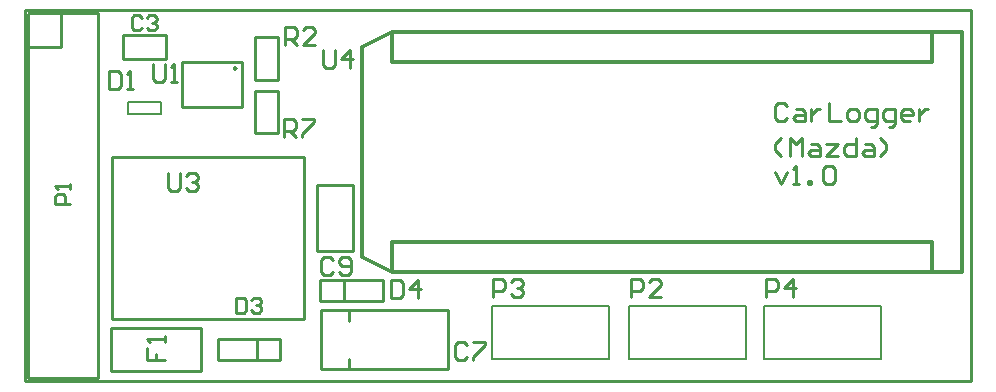
<source format=gto>
G04*
G04 #@! TF.GenerationSoftware,Altium Limited,Altium Designer,18.1.7 (191)*
G04*
G04 Layer_Color=65535*
%FSLAX25Y25*%
%MOIN*%
G70*
G01*
G75*
%ADD10C,0.01000*%
%ADD11C,0.01200*%
%ADD12C,0.00787*%
D10*
X70362Y-19303D02*
X69612Y-18870D01*
Y-19736D01*
X70362Y-19303D01*
X140945Y-119685D02*
Y-100000D01*
X98425D02*
X140945D01*
X98425Y-119685D02*
X140945D01*
X98425D02*
Y-100000D01*
X107874Y-103543D02*
Y-100000D01*
Y-119685D02*
Y-116142D01*
X97108Y-80315D02*
Y-58268D01*
X109108D01*
X97108Y-80315D02*
X109108D01*
Y-58268D01*
X0Y-123622D02*
Y0D01*
Y-123622D02*
X315354D01*
Y0D01*
X0D02*
X315354D01*
X11812Y-12205D02*
Y-787D01*
X24410Y-122441D02*
Y-787D01*
X1182D02*
X24410D01*
X788Y-12205D02*
X11812D01*
X788Y-1181D02*
X1182Y-787D01*
X788Y-122441D02*
X24410D01*
X788D02*
Y-1181D01*
X76535Y-26772D02*
X84409D01*
X76535Y-40945D02*
Y-26772D01*
Y-40945D02*
X84409D01*
Y-26772D01*
X76535Y-9055D02*
X84409D01*
X76535Y-23228D02*
Y-9055D01*
Y-23228D02*
X84409D01*
Y-9055D01*
X28740Y-120079D02*
X58661D01*
X28740D02*
Y-105905D01*
X58661D01*
Y-120079D02*
Y-105905D01*
X106181Y-96850D02*
Y-89764D01*
X119173Y-96850D02*
Y-89764D01*
X98307D02*
X119173D01*
X98307Y-96850D02*
X119173D01*
X98307D02*
Y-89764D01*
X77165Y-116535D02*
Y-109449D01*
X64173Y-116535D02*
Y-109449D01*
Y-116535D02*
X85039D01*
X64173Y-109449D02*
X85039D01*
Y-116535D02*
Y-109449D01*
X72362Y-32303D02*
Y-17303D01*
X52362D02*
X72362D01*
X52362Y-32303D02*
X72362D01*
X52362D02*
Y-17303D01*
X32677Y-16142D02*
Y-8268D01*
Y-16142D02*
X46850D01*
Y-8268D01*
X32677D02*
X46850D01*
X93032Y-102835D02*
Y-48819D01*
X29055D02*
X93032D01*
X29055Y-102835D02*
X93032D01*
X29055D02*
Y-48819D01*
X253818Y-31862D02*
X252818Y-30862D01*
X250819D01*
X249819Y-31862D01*
Y-35861D01*
X250819Y-36860D01*
X252818D01*
X253818Y-35861D01*
X256817Y-32862D02*
X258816D01*
X259816Y-33861D01*
Y-36860D01*
X256817D01*
X255817Y-35861D01*
X256817Y-34861D01*
X259816D01*
X261815Y-32862D02*
Y-36860D01*
Y-34861D01*
X262815Y-33861D01*
X263814Y-32862D01*
X264814D01*
X267813Y-30862D02*
Y-36860D01*
X271812D01*
X274811D02*
X276810D01*
X277810Y-35861D01*
Y-33861D01*
X276810Y-32862D01*
X274811D01*
X273811Y-33861D01*
Y-35861D01*
X274811Y-36860D01*
X281809Y-38860D02*
X282808D01*
X283808Y-37860D01*
Y-32862D01*
X280809D01*
X279809Y-33861D01*
Y-35861D01*
X280809Y-36860D01*
X283808D01*
X287807Y-38860D02*
X288806D01*
X289806Y-37860D01*
Y-32862D01*
X286807D01*
X285807Y-33861D01*
Y-35861D01*
X286807Y-36860D01*
X289806D01*
X294804D02*
X292805D01*
X291805Y-35861D01*
Y-33861D01*
X292805Y-32862D01*
X294804D01*
X295804Y-33861D01*
Y-34861D01*
X291805D01*
X297803Y-32862D02*
Y-36860D01*
Y-34861D01*
X298803Y-33861D01*
X299803Y-32862D01*
X300802D01*
X251818Y-48458D02*
X249819Y-46458D01*
Y-44459D01*
X251818Y-42459D01*
X254817Y-48458D02*
Y-42459D01*
X256817Y-44459D01*
X258816Y-42459D01*
Y-48458D01*
X261815Y-44459D02*
X263814D01*
X264814Y-45458D01*
Y-48458D01*
X261815D01*
X260815Y-47458D01*
X261815Y-46458D01*
X264814D01*
X266813Y-44459D02*
X270812D01*
X266813Y-48458D01*
X270812D01*
X276810Y-42459D02*
Y-48458D01*
X273811D01*
X272812Y-47458D01*
Y-45458D01*
X273811Y-44459D01*
X276810D01*
X279809D02*
X281809D01*
X282808Y-45458D01*
Y-48458D01*
X279809D01*
X278809Y-47458D01*
X279809Y-46458D01*
X282808D01*
X284808Y-48458D02*
X286807Y-46458D01*
Y-44459D01*
X284808Y-42459D01*
X249819Y-54056D02*
X251818Y-58055D01*
X253818Y-54056D01*
X255817Y-58055D02*
X257816D01*
X256817D01*
Y-52057D01*
X255817Y-53057D01*
X260815Y-58055D02*
Y-57055D01*
X261815D01*
Y-58055D01*
X260815D01*
X265814Y-53057D02*
X266813Y-52057D01*
X268813D01*
X269812Y-53057D01*
Y-57055D01*
X268813Y-58055D01*
X266813D01*
X265814Y-57055D01*
Y-53057D01*
X99213Y-13293D02*
Y-18292D01*
X100212Y-19291D01*
X102212D01*
X103211Y-18292D01*
Y-13293D01*
X108210Y-19291D02*
Y-13293D01*
X105211Y-16292D01*
X109209D01*
X47638Y-54238D02*
Y-59237D01*
X48638Y-60236D01*
X50637D01*
X51636Y-59237D01*
Y-54238D01*
X53636Y-55238D02*
X54636Y-54238D01*
X56635D01*
X57635Y-55238D01*
Y-56238D01*
X56635Y-57237D01*
X55635D01*
X56635D01*
X57635Y-58237D01*
Y-59237D01*
X56635Y-60236D01*
X54636D01*
X53636Y-59237D01*
X42520Y-18018D02*
Y-23016D01*
X43519Y-24016D01*
X45519D01*
X46518Y-23016D01*
Y-18018D01*
X48518Y-24016D02*
X50517D01*
X49517D01*
Y-18018D01*
X48518Y-19017D01*
X86221Y-42126D02*
Y-36128D01*
X89219D01*
X90219Y-37128D01*
Y-39127D01*
X89219Y-40127D01*
X86221D01*
X88220D02*
X90219Y-42126D01*
X92219Y-36128D02*
X96217D01*
Y-37128D01*
X92219Y-41126D01*
Y-42126D01*
X86614Y-11417D02*
Y-5419D01*
X89613D01*
X90613Y-6419D01*
Y-8418D01*
X89613Y-9418D01*
X86614D01*
X88613D02*
X90613Y-11417D01*
X96611D02*
X92612D01*
X96611Y-7419D01*
Y-6419D01*
X95611Y-5419D01*
X93612D01*
X92612Y-6419D01*
X246850Y-95669D02*
Y-89671D01*
X249849D01*
X250849Y-90671D01*
Y-92670D01*
X249849Y-93670D01*
X246850D01*
X255848Y-95669D02*
Y-89671D01*
X252849Y-92670D01*
X256847D01*
X155905Y-95669D02*
Y-89671D01*
X158905D01*
X159904Y-90671D01*
Y-92670D01*
X158905Y-93670D01*
X155905D01*
X161904Y-90671D02*
X162903Y-89671D01*
X164903D01*
X165902Y-90671D01*
Y-91671D01*
X164903Y-92670D01*
X163903D01*
X164903D01*
X165902Y-93670D01*
Y-94670D01*
X164903Y-95669D01*
X162903D01*
X161904Y-94670D01*
X201969Y-95669D02*
Y-89671D01*
X204967D01*
X205967Y-90671D01*
Y-92670D01*
X204967Y-93670D01*
X201969D01*
X211965Y-95669D02*
X207967D01*
X211965Y-91671D01*
Y-90671D01*
X210966Y-89671D01*
X208966D01*
X207967Y-90671D01*
X14961Y-64567D02*
X9962D01*
Y-62068D01*
X10795Y-61235D01*
X12461D01*
X13295Y-62068D01*
Y-64567D01*
X14961Y-59569D02*
Y-57902D01*
Y-58736D01*
X9962D01*
X10795Y-59569D01*
X40459Y-112537D02*
Y-116535D01*
X43458D01*
Y-114536D01*
Y-116535D01*
X46457D01*
Y-110537D02*
Y-108538D01*
Y-109538D01*
X40459D01*
X41458Y-110537D01*
X122047Y-90065D02*
Y-96063D01*
X125046D01*
X126046Y-95063D01*
Y-91065D01*
X125046Y-90065D01*
X122047D01*
X131044Y-96063D02*
Y-90065D01*
X128045Y-93064D01*
X132044D01*
X70354Y-95789D02*
Y-100787D01*
X72853D01*
X73687Y-99954D01*
Y-96622D01*
X72853Y-95789D01*
X70354D01*
X75353Y-96622D02*
X76186Y-95789D01*
X77852D01*
X78685Y-96622D01*
Y-97455D01*
X77852Y-98288D01*
X77019D01*
X77852D01*
X78685Y-99121D01*
Y-99954D01*
X77852Y-100787D01*
X76186D01*
X75353Y-99954D01*
X27953Y-20380D02*
Y-26378D01*
X30952D01*
X31951Y-25378D01*
Y-21380D01*
X30952Y-20380D01*
X27953D01*
X33951Y-26378D02*
X35950D01*
X34951D01*
Y-20380D01*
X33951Y-21380D01*
X102424Y-83191D02*
X101424Y-82191D01*
X99425D01*
X98425Y-83191D01*
Y-87189D01*
X99425Y-88189D01*
X101424D01*
X102424Y-87189D01*
X104423D02*
X105423Y-88189D01*
X107422D01*
X108422Y-87189D01*
Y-83191D01*
X107422Y-82191D01*
X105423D01*
X104423Y-83191D01*
Y-84190D01*
X105423Y-85190D01*
X108422D01*
X147306Y-111537D02*
X146306Y-110537D01*
X144307D01*
X143307Y-111537D01*
Y-115536D01*
X144307Y-116535D01*
X146306D01*
X147306Y-115536D01*
X149305Y-110537D02*
X153304D01*
Y-111537D01*
X149305Y-115536D01*
Y-116535D01*
X38885Y-2528D02*
X38052Y-1695D01*
X36386D01*
X35553Y-2528D01*
Y-5860D01*
X36386Y-6693D01*
X38052D01*
X38885Y-5860D01*
X40551Y-2528D02*
X41384Y-1695D01*
X43051D01*
X43884Y-2528D01*
Y-3361D01*
X43051Y-4194D01*
X42217D01*
X43051D01*
X43884Y-5027D01*
Y-5860D01*
X43051Y-6693D01*
X41384D01*
X40551Y-5860D01*
D11*
X122323Y-77205D02*
X302323D01*
Y-87205D02*
Y-77205D01*
X122323Y-7205D02*
X302323D01*
X112323Y-12205D02*
X122323Y-7205D01*
X112323Y-82205D02*
Y-12205D01*
X302323Y-7205D02*
X312323D01*
X122323Y-17205D02*
Y-7205D01*
Y-87205D02*
Y-77205D01*
X112323Y-82205D02*
X122323Y-87205D01*
X312323D02*
Y-7205D01*
X302323Y-87205D02*
X312323D01*
X122323Y-17205D02*
X302323D01*
X122323Y-87205D02*
X302323D01*
Y-17205D02*
Y-7205D01*
D12*
X45276Y-34646D02*
Y-30709D01*
X34252Y-34646D02*
Y-30709D01*
X45276D01*
X34252Y-34646D02*
X45276D01*
X246260Y-116142D02*
Y-98425D01*
Y-116142D02*
X285236D01*
X246260Y-98425D02*
X285236D01*
Y-116142D02*
Y-98425D01*
X201378D02*
X240354D01*
Y-116142D02*
Y-98425D01*
X201378Y-116142D02*
Y-98425D01*
Y-116142D02*
X240354D01*
X155709Y-98425D02*
X194685D01*
Y-116142D02*
Y-98425D01*
X155709Y-116142D02*
Y-98425D01*
Y-116142D02*
X194685D01*
M02*

</source>
